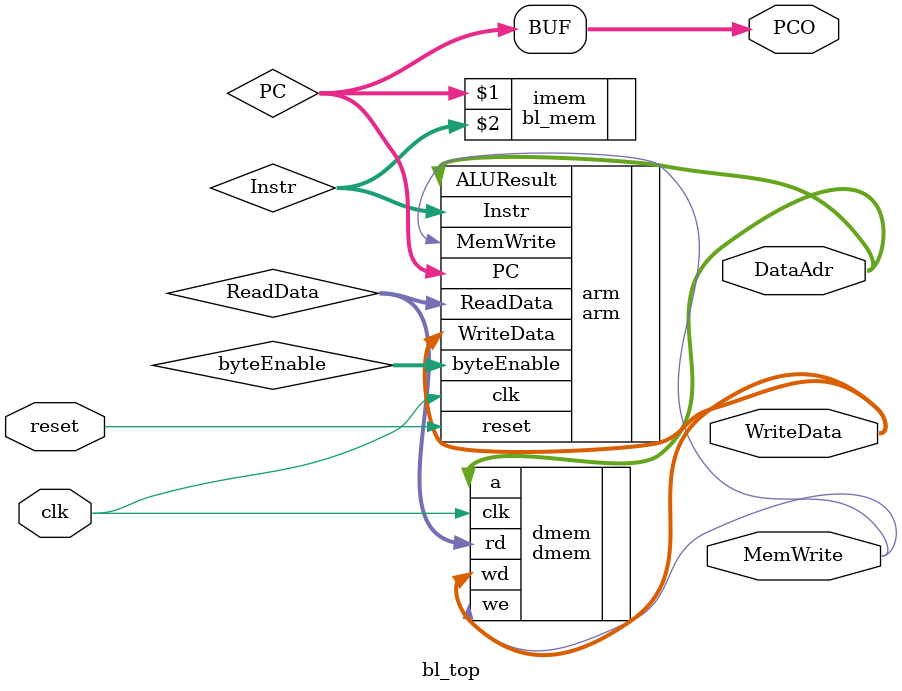
<source format=sv>
module bl_top(
    input  logic clk, reset,
    output logic [31:0] DataAdr,
    output logic [31:0] WriteData,
    output logic MemWrite,
	output logic [31:0] PCO
    );

    logic [31:0] PC, Instr, ReadData;
	logic [3:0] byteEnable;

	assign PCO = PC;

    // instantiate processor and memories
    arm  arm(.clk(clk), .reset(reset), .PC(PC), .Instr(Instr), .MemWrite(MemWrite), 
				.ALUResult(DataAdr), .WriteData(WriteData), .ReadData(ReadData), .byteEnable(byteEnable));
    
    bl_mem imem(PC, Instr);
    
	
    dmem dmem(.clk(clk), .we(MemWrite), .a(DataAdr), .wd(WriteData), .rd(ReadData));
    
endmodule

</source>
